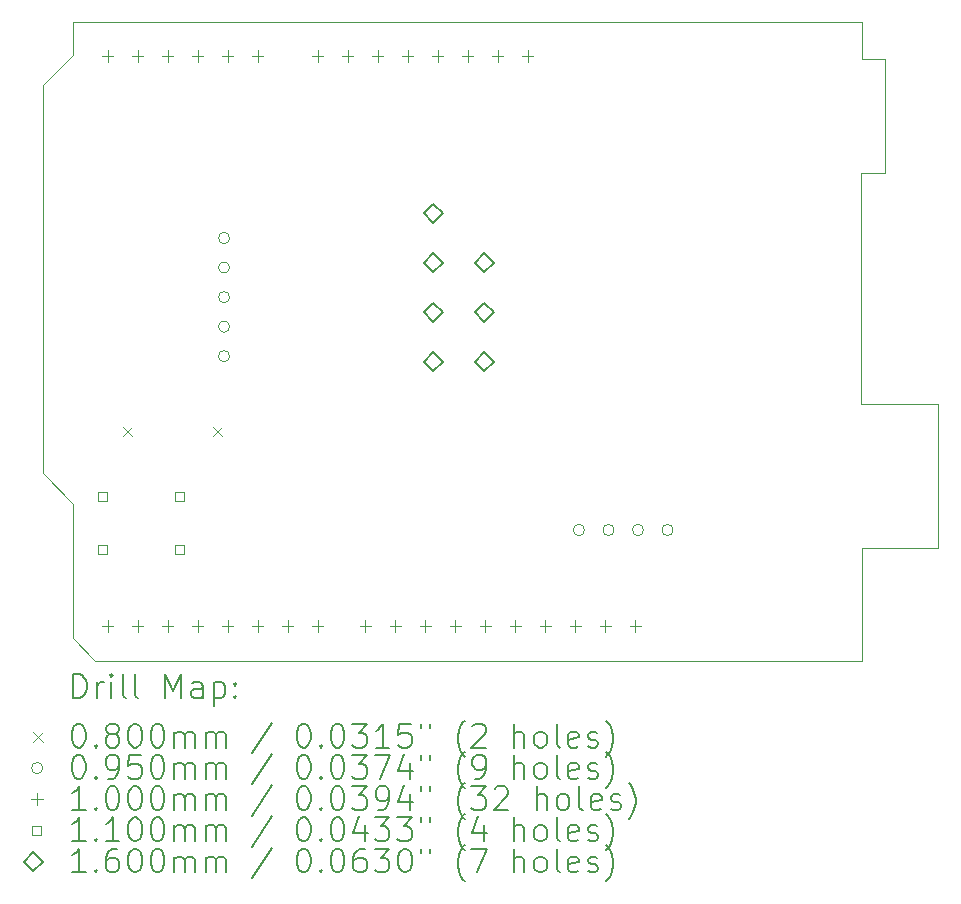
<source format=gbr>
%FSLAX45Y45*%
G04 Gerber Fmt 4.5, Leading zero omitted, Abs format (unit mm)*
G04 Created by KiCad (PCBNEW (6.0.6)) date 2022-11-26 18:27:29*
%MOMM*%
%LPD*%
G01*
G04 APERTURE LIST*
%TA.AperFunction,Profile*%
%ADD10C,0.100000*%
%TD*%
%ADD11C,0.200000*%
%ADD12C,0.080000*%
%ADD13C,0.095000*%
%ADD14C,0.100000*%
%ADD15C,0.110000*%
%ADD16C,0.160000*%
G04 APERTURE END LIST*
D10*
X12176760Y-6982460D02*
X12176760Y-7947660D01*
X12623800Y-11125200D02*
X11983720Y-11125200D01*
X11981180Y-6982460D02*
X12176760Y-6982460D01*
X11978640Y-7947660D02*
X11978640Y-9906000D01*
X11978640Y-9906000D02*
X12626340Y-9906000D01*
X5306060Y-6949440D02*
X5306060Y-6667500D01*
X12176760Y-7947660D02*
X11978640Y-7947660D01*
X5052060Y-7203440D02*
X5306060Y-6949440D01*
X5306060Y-10751820D02*
X5052060Y-10492740D01*
X5052060Y-10492740D02*
X5052060Y-7203440D01*
X11981180Y-6667500D02*
X11981180Y-6982460D01*
X5306060Y-11889740D02*
X5306060Y-10751820D01*
X5488940Y-12077700D02*
X5306060Y-11889740D01*
X11983720Y-12077700D02*
X5488940Y-12077700D01*
X5306060Y-6667500D02*
X11981180Y-6667500D01*
X12626340Y-9906000D02*
X12623800Y-11125200D01*
X11983720Y-11125200D02*
X11983720Y-12077700D01*
D11*
D12*
X5723260Y-10097140D02*
X5803260Y-10177140D01*
X5803260Y-10097140D02*
X5723260Y-10177140D01*
X6485260Y-10097140D02*
X6565260Y-10177140D01*
X6565260Y-10097140D02*
X6485260Y-10177140D01*
D13*
X6629480Y-8499220D02*
G75*
G03*
X6629480Y-8499220I-47500J0D01*
G01*
X6629480Y-8749220D02*
G75*
G03*
X6629480Y-8749220I-47500J0D01*
G01*
X6629480Y-8999220D02*
G75*
G03*
X6629480Y-8999220I-47500J0D01*
G01*
X6629480Y-9249220D02*
G75*
G03*
X6629480Y-9249220I-47500J0D01*
G01*
X6629480Y-9499220D02*
G75*
G03*
X6629480Y-9499220I-47500J0D01*
G01*
X9634380Y-10971100D02*
G75*
G03*
X9634380Y-10971100I-47500J0D01*
G01*
X9884380Y-10971100D02*
G75*
G03*
X9884380Y-10971100I-47500J0D01*
G01*
X10134380Y-10971100D02*
G75*
G03*
X10134380Y-10971100I-47500J0D01*
G01*
X10384380Y-10971100D02*
G75*
G03*
X10384380Y-10971100I-47500J0D01*
G01*
D14*
X5595620Y-6907060D02*
X5595620Y-7007060D01*
X5545620Y-6957060D02*
X5645620Y-6957060D01*
X5595620Y-11733060D02*
X5595620Y-11833060D01*
X5545620Y-11783060D02*
X5645620Y-11783060D01*
X5849620Y-6907060D02*
X5849620Y-7007060D01*
X5799620Y-6957060D02*
X5899620Y-6957060D01*
X5849620Y-11733060D02*
X5849620Y-11833060D01*
X5799620Y-11783060D02*
X5899620Y-11783060D01*
X6103620Y-6907060D02*
X6103620Y-7007060D01*
X6053620Y-6957060D02*
X6153620Y-6957060D01*
X6103620Y-11733060D02*
X6103620Y-11833060D01*
X6053620Y-11783060D02*
X6153620Y-11783060D01*
X6357620Y-6907060D02*
X6357620Y-7007060D01*
X6307620Y-6957060D02*
X6407620Y-6957060D01*
X6357620Y-11733060D02*
X6357620Y-11833060D01*
X6307620Y-11783060D02*
X6407620Y-11783060D01*
X6611620Y-6907060D02*
X6611620Y-7007060D01*
X6561620Y-6957060D02*
X6661620Y-6957060D01*
X6611620Y-11733060D02*
X6611620Y-11833060D01*
X6561620Y-11783060D02*
X6661620Y-11783060D01*
X6865620Y-6907060D02*
X6865620Y-7007060D01*
X6815620Y-6957060D02*
X6915620Y-6957060D01*
X6865620Y-11733060D02*
X6865620Y-11833060D01*
X6815620Y-11783060D02*
X6915620Y-11783060D01*
X7119620Y-11733060D02*
X7119620Y-11833060D01*
X7069620Y-11783060D02*
X7169620Y-11783060D01*
X7373620Y-6907060D02*
X7373620Y-7007060D01*
X7323620Y-6957060D02*
X7423620Y-6957060D01*
X7373620Y-11733060D02*
X7373620Y-11833060D01*
X7323620Y-11783060D02*
X7423620Y-11783060D01*
X7627620Y-6907060D02*
X7627620Y-7007060D01*
X7577620Y-6957060D02*
X7677620Y-6957060D01*
X7779620Y-11733060D02*
X7779620Y-11833060D01*
X7729620Y-11783060D02*
X7829620Y-11783060D01*
X7881620Y-6907060D02*
X7881620Y-7007060D01*
X7831620Y-6957060D02*
X7931620Y-6957060D01*
X8033620Y-11733060D02*
X8033620Y-11833060D01*
X7983620Y-11783060D02*
X8083620Y-11783060D01*
X8135620Y-6907060D02*
X8135620Y-7007060D01*
X8085620Y-6957060D02*
X8185620Y-6957060D01*
X8287620Y-11733060D02*
X8287620Y-11833060D01*
X8237620Y-11783060D02*
X8337620Y-11783060D01*
X8389620Y-6907060D02*
X8389620Y-7007060D01*
X8339620Y-6957060D02*
X8439620Y-6957060D01*
X8541620Y-11733060D02*
X8541620Y-11833060D01*
X8491620Y-11783060D02*
X8591620Y-11783060D01*
X8643620Y-6907060D02*
X8643620Y-7007060D01*
X8593620Y-6957060D02*
X8693620Y-6957060D01*
X8795620Y-11733060D02*
X8795620Y-11833060D01*
X8745620Y-11783060D02*
X8845620Y-11783060D01*
X8897620Y-6907060D02*
X8897620Y-7007060D01*
X8847620Y-6957060D02*
X8947620Y-6957060D01*
X9049620Y-11733060D02*
X9049620Y-11833060D01*
X8999620Y-11783060D02*
X9099620Y-11783060D01*
X9151620Y-6907060D02*
X9151620Y-7007060D01*
X9101620Y-6957060D02*
X9201620Y-6957060D01*
X9303620Y-11733060D02*
X9303620Y-11833060D01*
X9253620Y-11783060D02*
X9353620Y-11783060D01*
X9557620Y-11733060D02*
X9557620Y-11833060D01*
X9507620Y-11783060D02*
X9607620Y-11783060D01*
X9811620Y-11733060D02*
X9811620Y-11833060D01*
X9761620Y-11783060D02*
X9861620Y-11783060D01*
X10065620Y-11733060D02*
X10065620Y-11833060D01*
X10015620Y-11783060D02*
X10115620Y-11783060D01*
D15*
X5593991Y-10728271D02*
X5593991Y-10650489D01*
X5516209Y-10650489D01*
X5516209Y-10728271D01*
X5593991Y-10728271D01*
X5593991Y-11178271D02*
X5593991Y-11100489D01*
X5516209Y-11100489D01*
X5516209Y-11178271D01*
X5593991Y-11178271D01*
X6243991Y-10728271D02*
X6243991Y-10650489D01*
X6166209Y-10650489D01*
X6166209Y-10728271D01*
X6243991Y-10728271D01*
X6243991Y-11178271D02*
X6243991Y-11100489D01*
X6166209Y-11100489D01*
X6166209Y-11178271D01*
X6243991Y-11178271D01*
D16*
X8352330Y-8370100D02*
X8432330Y-8290100D01*
X8352330Y-8210100D01*
X8272330Y-8290100D01*
X8352330Y-8370100D01*
X8352330Y-8789200D02*
X8432330Y-8709200D01*
X8352330Y-8629200D01*
X8272330Y-8709200D01*
X8352330Y-8789200D01*
X8352330Y-9208300D02*
X8432330Y-9128300D01*
X8352330Y-9048300D01*
X8272330Y-9128300D01*
X8352330Y-9208300D01*
X8352330Y-9627400D02*
X8432330Y-9547400D01*
X8352330Y-9467400D01*
X8272330Y-9547400D01*
X8352330Y-9627400D01*
X8784130Y-8789160D02*
X8864130Y-8709160D01*
X8784130Y-8629160D01*
X8704130Y-8709160D01*
X8784130Y-8789160D01*
X8784130Y-9208260D02*
X8864130Y-9128260D01*
X8784130Y-9048260D01*
X8704130Y-9128260D01*
X8784130Y-9208260D01*
X8784130Y-9627360D02*
X8864130Y-9547360D01*
X8784130Y-9467360D01*
X8704130Y-9547360D01*
X8784130Y-9627360D01*
D11*
X5304679Y-12393176D02*
X5304679Y-12193176D01*
X5352298Y-12193176D01*
X5380870Y-12202700D01*
X5399917Y-12221748D01*
X5409441Y-12240795D01*
X5418965Y-12278890D01*
X5418965Y-12307462D01*
X5409441Y-12345557D01*
X5399917Y-12364605D01*
X5380870Y-12383652D01*
X5352298Y-12393176D01*
X5304679Y-12393176D01*
X5504679Y-12393176D02*
X5504679Y-12259843D01*
X5504679Y-12297938D02*
X5514203Y-12278890D01*
X5523727Y-12269367D01*
X5542774Y-12259843D01*
X5561822Y-12259843D01*
X5628488Y-12393176D02*
X5628488Y-12259843D01*
X5628488Y-12193176D02*
X5618965Y-12202700D01*
X5628488Y-12212224D01*
X5638012Y-12202700D01*
X5628488Y-12193176D01*
X5628488Y-12212224D01*
X5752298Y-12393176D02*
X5733250Y-12383652D01*
X5723727Y-12364605D01*
X5723727Y-12193176D01*
X5857060Y-12393176D02*
X5838012Y-12383652D01*
X5828488Y-12364605D01*
X5828488Y-12193176D01*
X6085631Y-12393176D02*
X6085631Y-12193176D01*
X6152298Y-12336033D01*
X6218965Y-12193176D01*
X6218965Y-12393176D01*
X6399917Y-12393176D02*
X6399917Y-12288414D01*
X6390393Y-12269367D01*
X6371346Y-12259843D01*
X6333250Y-12259843D01*
X6314203Y-12269367D01*
X6399917Y-12383652D02*
X6380869Y-12393176D01*
X6333250Y-12393176D01*
X6314203Y-12383652D01*
X6304679Y-12364605D01*
X6304679Y-12345557D01*
X6314203Y-12326509D01*
X6333250Y-12316986D01*
X6380869Y-12316986D01*
X6399917Y-12307462D01*
X6495155Y-12259843D02*
X6495155Y-12459843D01*
X6495155Y-12269367D02*
X6514203Y-12259843D01*
X6552298Y-12259843D01*
X6571346Y-12269367D01*
X6580869Y-12278890D01*
X6590393Y-12297938D01*
X6590393Y-12355081D01*
X6580869Y-12374128D01*
X6571346Y-12383652D01*
X6552298Y-12393176D01*
X6514203Y-12393176D01*
X6495155Y-12383652D01*
X6676108Y-12374128D02*
X6685631Y-12383652D01*
X6676108Y-12393176D01*
X6666584Y-12383652D01*
X6676108Y-12374128D01*
X6676108Y-12393176D01*
X6676108Y-12269367D02*
X6685631Y-12278890D01*
X6676108Y-12288414D01*
X6666584Y-12278890D01*
X6676108Y-12269367D01*
X6676108Y-12288414D01*
D12*
X4967060Y-12682700D02*
X5047060Y-12762700D01*
X5047060Y-12682700D02*
X4967060Y-12762700D01*
D11*
X5342774Y-12613176D02*
X5361822Y-12613176D01*
X5380870Y-12622700D01*
X5390393Y-12632224D01*
X5399917Y-12651271D01*
X5409441Y-12689367D01*
X5409441Y-12736986D01*
X5399917Y-12775081D01*
X5390393Y-12794128D01*
X5380870Y-12803652D01*
X5361822Y-12813176D01*
X5342774Y-12813176D01*
X5323727Y-12803652D01*
X5314203Y-12794128D01*
X5304679Y-12775081D01*
X5295155Y-12736986D01*
X5295155Y-12689367D01*
X5304679Y-12651271D01*
X5314203Y-12632224D01*
X5323727Y-12622700D01*
X5342774Y-12613176D01*
X5495155Y-12794128D02*
X5504679Y-12803652D01*
X5495155Y-12813176D01*
X5485631Y-12803652D01*
X5495155Y-12794128D01*
X5495155Y-12813176D01*
X5618965Y-12698890D02*
X5599917Y-12689367D01*
X5590393Y-12679843D01*
X5580870Y-12660795D01*
X5580870Y-12651271D01*
X5590393Y-12632224D01*
X5599917Y-12622700D01*
X5618965Y-12613176D01*
X5657060Y-12613176D01*
X5676108Y-12622700D01*
X5685631Y-12632224D01*
X5695155Y-12651271D01*
X5695155Y-12660795D01*
X5685631Y-12679843D01*
X5676108Y-12689367D01*
X5657060Y-12698890D01*
X5618965Y-12698890D01*
X5599917Y-12708414D01*
X5590393Y-12717938D01*
X5580870Y-12736986D01*
X5580870Y-12775081D01*
X5590393Y-12794128D01*
X5599917Y-12803652D01*
X5618965Y-12813176D01*
X5657060Y-12813176D01*
X5676108Y-12803652D01*
X5685631Y-12794128D01*
X5695155Y-12775081D01*
X5695155Y-12736986D01*
X5685631Y-12717938D01*
X5676108Y-12708414D01*
X5657060Y-12698890D01*
X5818965Y-12613176D02*
X5838012Y-12613176D01*
X5857060Y-12622700D01*
X5866584Y-12632224D01*
X5876108Y-12651271D01*
X5885631Y-12689367D01*
X5885631Y-12736986D01*
X5876108Y-12775081D01*
X5866584Y-12794128D01*
X5857060Y-12803652D01*
X5838012Y-12813176D01*
X5818965Y-12813176D01*
X5799917Y-12803652D01*
X5790393Y-12794128D01*
X5780869Y-12775081D01*
X5771346Y-12736986D01*
X5771346Y-12689367D01*
X5780869Y-12651271D01*
X5790393Y-12632224D01*
X5799917Y-12622700D01*
X5818965Y-12613176D01*
X6009441Y-12613176D02*
X6028488Y-12613176D01*
X6047536Y-12622700D01*
X6057060Y-12632224D01*
X6066584Y-12651271D01*
X6076108Y-12689367D01*
X6076108Y-12736986D01*
X6066584Y-12775081D01*
X6057060Y-12794128D01*
X6047536Y-12803652D01*
X6028488Y-12813176D01*
X6009441Y-12813176D01*
X5990393Y-12803652D01*
X5980869Y-12794128D01*
X5971346Y-12775081D01*
X5961822Y-12736986D01*
X5961822Y-12689367D01*
X5971346Y-12651271D01*
X5980869Y-12632224D01*
X5990393Y-12622700D01*
X6009441Y-12613176D01*
X6161822Y-12813176D02*
X6161822Y-12679843D01*
X6161822Y-12698890D02*
X6171346Y-12689367D01*
X6190393Y-12679843D01*
X6218965Y-12679843D01*
X6238012Y-12689367D01*
X6247536Y-12708414D01*
X6247536Y-12813176D01*
X6247536Y-12708414D02*
X6257060Y-12689367D01*
X6276108Y-12679843D01*
X6304679Y-12679843D01*
X6323727Y-12689367D01*
X6333250Y-12708414D01*
X6333250Y-12813176D01*
X6428488Y-12813176D02*
X6428488Y-12679843D01*
X6428488Y-12698890D02*
X6438012Y-12689367D01*
X6457060Y-12679843D01*
X6485631Y-12679843D01*
X6504679Y-12689367D01*
X6514203Y-12708414D01*
X6514203Y-12813176D01*
X6514203Y-12708414D02*
X6523727Y-12689367D01*
X6542774Y-12679843D01*
X6571346Y-12679843D01*
X6590393Y-12689367D01*
X6599917Y-12708414D01*
X6599917Y-12813176D01*
X6990393Y-12603652D02*
X6818965Y-12860795D01*
X7247536Y-12613176D02*
X7266584Y-12613176D01*
X7285631Y-12622700D01*
X7295155Y-12632224D01*
X7304679Y-12651271D01*
X7314203Y-12689367D01*
X7314203Y-12736986D01*
X7304679Y-12775081D01*
X7295155Y-12794128D01*
X7285631Y-12803652D01*
X7266584Y-12813176D01*
X7247536Y-12813176D01*
X7228488Y-12803652D01*
X7218965Y-12794128D01*
X7209441Y-12775081D01*
X7199917Y-12736986D01*
X7199917Y-12689367D01*
X7209441Y-12651271D01*
X7218965Y-12632224D01*
X7228488Y-12622700D01*
X7247536Y-12613176D01*
X7399917Y-12794128D02*
X7409441Y-12803652D01*
X7399917Y-12813176D01*
X7390393Y-12803652D01*
X7399917Y-12794128D01*
X7399917Y-12813176D01*
X7533250Y-12613176D02*
X7552298Y-12613176D01*
X7571346Y-12622700D01*
X7580869Y-12632224D01*
X7590393Y-12651271D01*
X7599917Y-12689367D01*
X7599917Y-12736986D01*
X7590393Y-12775081D01*
X7580869Y-12794128D01*
X7571346Y-12803652D01*
X7552298Y-12813176D01*
X7533250Y-12813176D01*
X7514203Y-12803652D01*
X7504679Y-12794128D01*
X7495155Y-12775081D01*
X7485631Y-12736986D01*
X7485631Y-12689367D01*
X7495155Y-12651271D01*
X7504679Y-12632224D01*
X7514203Y-12622700D01*
X7533250Y-12613176D01*
X7666584Y-12613176D02*
X7790393Y-12613176D01*
X7723727Y-12689367D01*
X7752298Y-12689367D01*
X7771346Y-12698890D01*
X7780869Y-12708414D01*
X7790393Y-12727462D01*
X7790393Y-12775081D01*
X7780869Y-12794128D01*
X7771346Y-12803652D01*
X7752298Y-12813176D01*
X7695155Y-12813176D01*
X7676108Y-12803652D01*
X7666584Y-12794128D01*
X7980869Y-12813176D02*
X7866584Y-12813176D01*
X7923727Y-12813176D02*
X7923727Y-12613176D01*
X7904679Y-12641748D01*
X7885631Y-12660795D01*
X7866584Y-12670319D01*
X8161822Y-12613176D02*
X8066584Y-12613176D01*
X8057060Y-12708414D01*
X8066584Y-12698890D01*
X8085631Y-12689367D01*
X8133250Y-12689367D01*
X8152298Y-12698890D01*
X8161822Y-12708414D01*
X8171346Y-12727462D01*
X8171346Y-12775081D01*
X8161822Y-12794128D01*
X8152298Y-12803652D01*
X8133250Y-12813176D01*
X8085631Y-12813176D01*
X8066584Y-12803652D01*
X8057060Y-12794128D01*
X8247536Y-12613176D02*
X8247536Y-12651271D01*
X8323727Y-12613176D02*
X8323727Y-12651271D01*
X8618965Y-12889367D02*
X8609441Y-12879843D01*
X8590393Y-12851271D01*
X8580870Y-12832224D01*
X8571346Y-12803652D01*
X8561822Y-12756033D01*
X8561822Y-12717938D01*
X8571346Y-12670319D01*
X8580870Y-12641748D01*
X8590393Y-12622700D01*
X8609441Y-12594128D01*
X8618965Y-12584605D01*
X8685631Y-12632224D02*
X8695155Y-12622700D01*
X8714203Y-12613176D01*
X8761822Y-12613176D01*
X8780870Y-12622700D01*
X8790393Y-12632224D01*
X8799917Y-12651271D01*
X8799917Y-12670319D01*
X8790393Y-12698890D01*
X8676108Y-12813176D01*
X8799917Y-12813176D01*
X9038012Y-12813176D02*
X9038012Y-12613176D01*
X9123727Y-12813176D02*
X9123727Y-12708414D01*
X9114203Y-12689367D01*
X9095155Y-12679843D01*
X9066584Y-12679843D01*
X9047536Y-12689367D01*
X9038012Y-12698890D01*
X9247536Y-12813176D02*
X9228489Y-12803652D01*
X9218965Y-12794128D01*
X9209441Y-12775081D01*
X9209441Y-12717938D01*
X9218965Y-12698890D01*
X9228489Y-12689367D01*
X9247536Y-12679843D01*
X9276108Y-12679843D01*
X9295155Y-12689367D01*
X9304679Y-12698890D01*
X9314203Y-12717938D01*
X9314203Y-12775081D01*
X9304679Y-12794128D01*
X9295155Y-12803652D01*
X9276108Y-12813176D01*
X9247536Y-12813176D01*
X9428489Y-12813176D02*
X9409441Y-12803652D01*
X9399917Y-12784605D01*
X9399917Y-12613176D01*
X9580870Y-12803652D02*
X9561822Y-12813176D01*
X9523727Y-12813176D01*
X9504679Y-12803652D01*
X9495155Y-12784605D01*
X9495155Y-12708414D01*
X9504679Y-12689367D01*
X9523727Y-12679843D01*
X9561822Y-12679843D01*
X9580870Y-12689367D01*
X9590393Y-12708414D01*
X9590393Y-12727462D01*
X9495155Y-12746509D01*
X9666584Y-12803652D02*
X9685631Y-12813176D01*
X9723727Y-12813176D01*
X9742774Y-12803652D01*
X9752298Y-12784605D01*
X9752298Y-12775081D01*
X9742774Y-12756033D01*
X9723727Y-12746509D01*
X9695155Y-12746509D01*
X9676108Y-12736986D01*
X9666584Y-12717938D01*
X9666584Y-12708414D01*
X9676108Y-12689367D01*
X9695155Y-12679843D01*
X9723727Y-12679843D01*
X9742774Y-12689367D01*
X9818965Y-12889367D02*
X9828489Y-12879843D01*
X9847536Y-12851271D01*
X9857060Y-12832224D01*
X9866584Y-12803652D01*
X9876108Y-12756033D01*
X9876108Y-12717938D01*
X9866584Y-12670319D01*
X9857060Y-12641748D01*
X9847536Y-12622700D01*
X9828489Y-12594128D01*
X9818965Y-12584605D01*
D13*
X5047060Y-12986700D02*
G75*
G03*
X5047060Y-12986700I-47500J0D01*
G01*
D11*
X5342774Y-12877176D02*
X5361822Y-12877176D01*
X5380870Y-12886700D01*
X5390393Y-12896224D01*
X5399917Y-12915271D01*
X5409441Y-12953367D01*
X5409441Y-13000986D01*
X5399917Y-13039081D01*
X5390393Y-13058128D01*
X5380870Y-13067652D01*
X5361822Y-13077176D01*
X5342774Y-13077176D01*
X5323727Y-13067652D01*
X5314203Y-13058128D01*
X5304679Y-13039081D01*
X5295155Y-13000986D01*
X5295155Y-12953367D01*
X5304679Y-12915271D01*
X5314203Y-12896224D01*
X5323727Y-12886700D01*
X5342774Y-12877176D01*
X5495155Y-13058128D02*
X5504679Y-13067652D01*
X5495155Y-13077176D01*
X5485631Y-13067652D01*
X5495155Y-13058128D01*
X5495155Y-13077176D01*
X5599917Y-13077176D02*
X5638012Y-13077176D01*
X5657060Y-13067652D01*
X5666584Y-13058128D01*
X5685631Y-13029557D01*
X5695155Y-12991462D01*
X5695155Y-12915271D01*
X5685631Y-12896224D01*
X5676108Y-12886700D01*
X5657060Y-12877176D01*
X5618965Y-12877176D01*
X5599917Y-12886700D01*
X5590393Y-12896224D01*
X5580870Y-12915271D01*
X5580870Y-12962890D01*
X5590393Y-12981938D01*
X5599917Y-12991462D01*
X5618965Y-13000986D01*
X5657060Y-13000986D01*
X5676108Y-12991462D01*
X5685631Y-12981938D01*
X5695155Y-12962890D01*
X5876108Y-12877176D02*
X5780869Y-12877176D01*
X5771346Y-12972414D01*
X5780869Y-12962890D01*
X5799917Y-12953367D01*
X5847536Y-12953367D01*
X5866584Y-12962890D01*
X5876108Y-12972414D01*
X5885631Y-12991462D01*
X5885631Y-13039081D01*
X5876108Y-13058128D01*
X5866584Y-13067652D01*
X5847536Y-13077176D01*
X5799917Y-13077176D01*
X5780869Y-13067652D01*
X5771346Y-13058128D01*
X6009441Y-12877176D02*
X6028488Y-12877176D01*
X6047536Y-12886700D01*
X6057060Y-12896224D01*
X6066584Y-12915271D01*
X6076108Y-12953367D01*
X6076108Y-13000986D01*
X6066584Y-13039081D01*
X6057060Y-13058128D01*
X6047536Y-13067652D01*
X6028488Y-13077176D01*
X6009441Y-13077176D01*
X5990393Y-13067652D01*
X5980869Y-13058128D01*
X5971346Y-13039081D01*
X5961822Y-13000986D01*
X5961822Y-12953367D01*
X5971346Y-12915271D01*
X5980869Y-12896224D01*
X5990393Y-12886700D01*
X6009441Y-12877176D01*
X6161822Y-13077176D02*
X6161822Y-12943843D01*
X6161822Y-12962890D02*
X6171346Y-12953367D01*
X6190393Y-12943843D01*
X6218965Y-12943843D01*
X6238012Y-12953367D01*
X6247536Y-12972414D01*
X6247536Y-13077176D01*
X6247536Y-12972414D02*
X6257060Y-12953367D01*
X6276108Y-12943843D01*
X6304679Y-12943843D01*
X6323727Y-12953367D01*
X6333250Y-12972414D01*
X6333250Y-13077176D01*
X6428488Y-13077176D02*
X6428488Y-12943843D01*
X6428488Y-12962890D02*
X6438012Y-12953367D01*
X6457060Y-12943843D01*
X6485631Y-12943843D01*
X6504679Y-12953367D01*
X6514203Y-12972414D01*
X6514203Y-13077176D01*
X6514203Y-12972414D02*
X6523727Y-12953367D01*
X6542774Y-12943843D01*
X6571346Y-12943843D01*
X6590393Y-12953367D01*
X6599917Y-12972414D01*
X6599917Y-13077176D01*
X6990393Y-12867652D02*
X6818965Y-13124795D01*
X7247536Y-12877176D02*
X7266584Y-12877176D01*
X7285631Y-12886700D01*
X7295155Y-12896224D01*
X7304679Y-12915271D01*
X7314203Y-12953367D01*
X7314203Y-13000986D01*
X7304679Y-13039081D01*
X7295155Y-13058128D01*
X7285631Y-13067652D01*
X7266584Y-13077176D01*
X7247536Y-13077176D01*
X7228488Y-13067652D01*
X7218965Y-13058128D01*
X7209441Y-13039081D01*
X7199917Y-13000986D01*
X7199917Y-12953367D01*
X7209441Y-12915271D01*
X7218965Y-12896224D01*
X7228488Y-12886700D01*
X7247536Y-12877176D01*
X7399917Y-13058128D02*
X7409441Y-13067652D01*
X7399917Y-13077176D01*
X7390393Y-13067652D01*
X7399917Y-13058128D01*
X7399917Y-13077176D01*
X7533250Y-12877176D02*
X7552298Y-12877176D01*
X7571346Y-12886700D01*
X7580869Y-12896224D01*
X7590393Y-12915271D01*
X7599917Y-12953367D01*
X7599917Y-13000986D01*
X7590393Y-13039081D01*
X7580869Y-13058128D01*
X7571346Y-13067652D01*
X7552298Y-13077176D01*
X7533250Y-13077176D01*
X7514203Y-13067652D01*
X7504679Y-13058128D01*
X7495155Y-13039081D01*
X7485631Y-13000986D01*
X7485631Y-12953367D01*
X7495155Y-12915271D01*
X7504679Y-12896224D01*
X7514203Y-12886700D01*
X7533250Y-12877176D01*
X7666584Y-12877176D02*
X7790393Y-12877176D01*
X7723727Y-12953367D01*
X7752298Y-12953367D01*
X7771346Y-12962890D01*
X7780869Y-12972414D01*
X7790393Y-12991462D01*
X7790393Y-13039081D01*
X7780869Y-13058128D01*
X7771346Y-13067652D01*
X7752298Y-13077176D01*
X7695155Y-13077176D01*
X7676108Y-13067652D01*
X7666584Y-13058128D01*
X7857060Y-12877176D02*
X7990393Y-12877176D01*
X7904679Y-13077176D01*
X8152298Y-12943843D02*
X8152298Y-13077176D01*
X8104679Y-12867652D02*
X8057060Y-13010509D01*
X8180869Y-13010509D01*
X8247536Y-12877176D02*
X8247536Y-12915271D01*
X8323727Y-12877176D02*
X8323727Y-12915271D01*
X8618965Y-13153367D02*
X8609441Y-13143843D01*
X8590393Y-13115271D01*
X8580870Y-13096224D01*
X8571346Y-13067652D01*
X8561822Y-13020033D01*
X8561822Y-12981938D01*
X8571346Y-12934319D01*
X8580870Y-12905748D01*
X8590393Y-12886700D01*
X8609441Y-12858128D01*
X8618965Y-12848605D01*
X8704679Y-13077176D02*
X8742774Y-13077176D01*
X8761822Y-13067652D01*
X8771346Y-13058128D01*
X8790393Y-13029557D01*
X8799917Y-12991462D01*
X8799917Y-12915271D01*
X8790393Y-12896224D01*
X8780870Y-12886700D01*
X8761822Y-12877176D01*
X8723727Y-12877176D01*
X8704679Y-12886700D01*
X8695155Y-12896224D01*
X8685631Y-12915271D01*
X8685631Y-12962890D01*
X8695155Y-12981938D01*
X8704679Y-12991462D01*
X8723727Y-13000986D01*
X8761822Y-13000986D01*
X8780870Y-12991462D01*
X8790393Y-12981938D01*
X8799917Y-12962890D01*
X9038012Y-13077176D02*
X9038012Y-12877176D01*
X9123727Y-13077176D02*
X9123727Y-12972414D01*
X9114203Y-12953367D01*
X9095155Y-12943843D01*
X9066584Y-12943843D01*
X9047536Y-12953367D01*
X9038012Y-12962890D01*
X9247536Y-13077176D02*
X9228489Y-13067652D01*
X9218965Y-13058128D01*
X9209441Y-13039081D01*
X9209441Y-12981938D01*
X9218965Y-12962890D01*
X9228489Y-12953367D01*
X9247536Y-12943843D01*
X9276108Y-12943843D01*
X9295155Y-12953367D01*
X9304679Y-12962890D01*
X9314203Y-12981938D01*
X9314203Y-13039081D01*
X9304679Y-13058128D01*
X9295155Y-13067652D01*
X9276108Y-13077176D01*
X9247536Y-13077176D01*
X9428489Y-13077176D02*
X9409441Y-13067652D01*
X9399917Y-13048605D01*
X9399917Y-12877176D01*
X9580870Y-13067652D02*
X9561822Y-13077176D01*
X9523727Y-13077176D01*
X9504679Y-13067652D01*
X9495155Y-13048605D01*
X9495155Y-12972414D01*
X9504679Y-12953367D01*
X9523727Y-12943843D01*
X9561822Y-12943843D01*
X9580870Y-12953367D01*
X9590393Y-12972414D01*
X9590393Y-12991462D01*
X9495155Y-13010509D01*
X9666584Y-13067652D02*
X9685631Y-13077176D01*
X9723727Y-13077176D01*
X9742774Y-13067652D01*
X9752298Y-13048605D01*
X9752298Y-13039081D01*
X9742774Y-13020033D01*
X9723727Y-13010509D01*
X9695155Y-13010509D01*
X9676108Y-13000986D01*
X9666584Y-12981938D01*
X9666584Y-12972414D01*
X9676108Y-12953367D01*
X9695155Y-12943843D01*
X9723727Y-12943843D01*
X9742774Y-12953367D01*
X9818965Y-13153367D02*
X9828489Y-13143843D01*
X9847536Y-13115271D01*
X9857060Y-13096224D01*
X9866584Y-13067652D01*
X9876108Y-13020033D01*
X9876108Y-12981938D01*
X9866584Y-12934319D01*
X9857060Y-12905748D01*
X9847536Y-12886700D01*
X9828489Y-12858128D01*
X9818965Y-12848605D01*
D14*
X4997060Y-13200700D02*
X4997060Y-13300700D01*
X4947060Y-13250700D02*
X5047060Y-13250700D01*
D11*
X5409441Y-13341176D02*
X5295155Y-13341176D01*
X5352298Y-13341176D02*
X5352298Y-13141176D01*
X5333250Y-13169748D01*
X5314203Y-13188795D01*
X5295155Y-13198319D01*
X5495155Y-13322128D02*
X5504679Y-13331652D01*
X5495155Y-13341176D01*
X5485631Y-13331652D01*
X5495155Y-13322128D01*
X5495155Y-13341176D01*
X5628488Y-13141176D02*
X5647536Y-13141176D01*
X5666584Y-13150700D01*
X5676108Y-13160224D01*
X5685631Y-13179271D01*
X5695155Y-13217367D01*
X5695155Y-13264986D01*
X5685631Y-13303081D01*
X5676108Y-13322128D01*
X5666584Y-13331652D01*
X5647536Y-13341176D01*
X5628488Y-13341176D01*
X5609441Y-13331652D01*
X5599917Y-13322128D01*
X5590393Y-13303081D01*
X5580870Y-13264986D01*
X5580870Y-13217367D01*
X5590393Y-13179271D01*
X5599917Y-13160224D01*
X5609441Y-13150700D01*
X5628488Y-13141176D01*
X5818965Y-13141176D02*
X5838012Y-13141176D01*
X5857060Y-13150700D01*
X5866584Y-13160224D01*
X5876108Y-13179271D01*
X5885631Y-13217367D01*
X5885631Y-13264986D01*
X5876108Y-13303081D01*
X5866584Y-13322128D01*
X5857060Y-13331652D01*
X5838012Y-13341176D01*
X5818965Y-13341176D01*
X5799917Y-13331652D01*
X5790393Y-13322128D01*
X5780869Y-13303081D01*
X5771346Y-13264986D01*
X5771346Y-13217367D01*
X5780869Y-13179271D01*
X5790393Y-13160224D01*
X5799917Y-13150700D01*
X5818965Y-13141176D01*
X6009441Y-13141176D02*
X6028488Y-13141176D01*
X6047536Y-13150700D01*
X6057060Y-13160224D01*
X6066584Y-13179271D01*
X6076108Y-13217367D01*
X6076108Y-13264986D01*
X6066584Y-13303081D01*
X6057060Y-13322128D01*
X6047536Y-13331652D01*
X6028488Y-13341176D01*
X6009441Y-13341176D01*
X5990393Y-13331652D01*
X5980869Y-13322128D01*
X5971346Y-13303081D01*
X5961822Y-13264986D01*
X5961822Y-13217367D01*
X5971346Y-13179271D01*
X5980869Y-13160224D01*
X5990393Y-13150700D01*
X6009441Y-13141176D01*
X6161822Y-13341176D02*
X6161822Y-13207843D01*
X6161822Y-13226890D02*
X6171346Y-13217367D01*
X6190393Y-13207843D01*
X6218965Y-13207843D01*
X6238012Y-13217367D01*
X6247536Y-13236414D01*
X6247536Y-13341176D01*
X6247536Y-13236414D02*
X6257060Y-13217367D01*
X6276108Y-13207843D01*
X6304679Y-13207843D01*
X6323727Y-13217367D01*
X6333250Y-13236414D01*
X6333250Y-13341176D01*
X6428488Y-13341176D02*
X6428488Y-13207843D01*
X6428488Y-13226890D02*
X6438012Y-13217367D01*
X6457060Y-13207843D01*
X6485631Y-13207843D01*
X6504679Y-13217367D01*
X6514203Y-13236414D01*
X6514203Y-13341176D01*
X6514203Y-13236414D02*
X6523727Y-13217367D01*
X6542774Y-13207843D01*
X6571346Y-13207843D01*
X6590393Y-13217367D01*
X6599917Y-13236414D01*
X6599917Y-13341176D01*
X6990393Y-13131652D02*
X6818965Y-13388795D01*
X7247536Y-13141176D02*
X7266584Y-13141176D01*
X7285631Y-13150700D01*
X7295155Y-13160224D01*
X7304679Y-13179271D01*
X7314203Y-13217367D01*
X7314203Y-13264986D01*
X7304679Y-13303081D01*
X7295155Y-13322128D01*
X7285631Y-13331652D01*
X7266584Y-13341176D01*
X7247536Y-13341176D01*
X7228488Y-13331652D01*
X7218965Y-13322128D01*
X7209441Y-13303081D01*
X7199917Y-13264986D01*
X7199917Y-13217367D01*
X7209441Y-13179271D01*
X7218965Y-13160224D01*
X7228488Y-13150700D01*
X7247536Y-13141176D01*
X7399917Y-13322128D02*
X7409441Y-13331652D01*
X7399917Y-13341176D01*
X7390393Y-13331652D01*
X7399917Y-13322128D01*
X7399917Y-13341176D01*
X7533250Y-13141176D02*
X7552298Y-13141176D01*
X7571346Y-13150700D01*
X7580869Y-13160224D01*
X7590393Y-13179271D01*
X7599917Y-13217367D01*
X7599917Y-13264986D01*
X7590393Y-13303081D01*
X7580869Y-13322128D01*
X7571346Y-13331652D01*
X7552298Y-13341176D01*
X7533250Y-13341176D01*
X7514203Y-13331652D01*
X7504679Y-13322128D01*
X7495155Y-13303081D01*
X7485631Y-13264986D01*
X7485631Y-13217367D01*
X7495155Y-13179271D01*
X7504679Y-13160224D01*
X7514203Y-13150700D01*
X7533250Y-13141176D01*
X7666584Y-13141176D02*
X7790393Y-13141176D01*
X7723727Y-13217367D01*
X7752298Y-13217367D01*
X7771346Y-13226890D01*
X7780869Y-13236414D01*
X7790393Y-13255462D01*
X7790393Y-13303081D01*
X7780869Y-13322128D01*
X7771346Y-13331652D01*
X7752298Y-13341176D01*
X7695155Y-13341176D01*
X7676108Y-13331652D01*
X7666584Y-13322128D01*
X7885631Y-13341176D02*
X7923727Y-13341176D01*
X7942774Y-13331652D01*
X7952298Y-13322128D01*
X7971346Y-13293557D01*
X7980869Y-13255462D01*
X7980869Y-13179271D01*
X7971346Y-13160224D01*
X7961822Y-13150700D01*
X7942774Y-13141176D01*
X7904679Y-13141176D01*
X7885631Y-13150700D01*
X7876108Y-13160224D01*
X7866584Y-13179271D01*
X7866584Y-13226890D01*
X7876108Y-13245938D01*
X7885631Y-13255462D01*
X7904679Y-13264986D01*
X7942774Y-13264986D01*
X7961822Y-13255462D01*
X7971346Y-13245938D01*
X7980869Y-13226890D01*
X8152298Y-13207843D02*
X8152298Y-13341176D01*
X8104679Y-13131652D02*
X8057060Y-13274509D01*
X8180869Y-13274509D01*
X8247536Y-13141176D02*
X8247536Y-13179271D01*
X8323727Y-13141176D02*
X8323727Y-13179271D01*
X8618965Y-13417367D02*
X8609441Y-13407843D01*
X8590393Y-13379271D01*
X8580870Y-13360224D01*
X8571346Y-13331652D01*
X8561822Y-13284033D01*
X8561822Y-13245938D01*
X8571346Y-13198319D01*
X8580870Y-13169748D01*
X8590393Y-13150700D01*
X8609441Y-13122128D01*
X8618965Y-13112605D01*
X8676108Y-13141176D02*
X8799917Y-13141176D01*
X8733250Y-13217367D01*
X8761822Y-13217367D01*
X8780870Y-13226890D01*
X8790393Y-13236414D01*
X8799917Y-13255462D01*
X8799917Y-13303081D01*
X8790393Y-13322128D01*
X8780870Y-13331652D01*
X8761822Y-13341176D01*
X8704679Y-13341176D01*
X8685631Y-13331652D01*
X8676108Y-13322128D01*
X8876108Y-13160224D02*
X8885631Y-13150700D01*
X8904679Y-13141176D01*
X8952298Y-13141176D01*
X8971346Y-13150700D01*
X8980870Y-13160224D01*
X8990393Y-13179271D01*
X8990393Y-13198319D01*
X8980870Y-13226890D01*
X8866584Y-13341176D01*
X8990393Y-13341176D01*
X9228489Y-13341176D02*
X9228489Y-13141176D01*
X9314203Y-13341176D02*
X9314203Y-13236414D01*
X9304679Y-13217367D01*
X9285631Y-13207843D01*
X9257060Y-13207843D01*
X9238012Y-13217367D01*
X9228489Y-13226890D01*
X9438012Y-13341176D02*
X9418965Y-13331652D01*
X9409441Y-13322128D01*
X9399917Y-13303081D01*
X9399917Y-13245938D01*
X9409441Y-13226890D01*
X9418965Y-13217367D01*
X9438012Y-13207843D01*
X9466584Y-13207843D01*
X9485631Y-13217367D01*
X9495155Y-13226890D01*
X9504679Y-13245938D01*
X9504679Y-13303081D01*
X9495155Y-13322128D01*
X9485631Y-13331652D01*
X9466584Y-13341176D01*
X9438012Y-13341176D01*
X9618965Y-13341176D02*
X9599917Y-13331652D01*
X9590393Y-13312605D01*
X9590393Y-13141176D01*
X9771346Y-13331652D02*
X9752298Y-13341176D01*
X9714203Y-13341176D01*
X9695155Y-13331652D01*
X9685631Y-13312605D01*
X9685631Y-13236414D01*
X9695155Y-13217367D01*
X9714203Y-13207843D01*
X9752298Y-13207843D01*
X9771346Y-13217367D01*
X9780870Y-13236414D01*
X9780870Y-13255462D01*
X9685631Y-13274509D01*
X9857060Y-13331652D02*
X9876108Y-13341176D01*
X9914203Y-13341176D01*
X9933250Y-13331652D01*
X9942774Y-13312605D01*
X9942774Y-13303081D01*
X9933250Y-13284033D01*
X9914203Y-13274509D01*
X9885631Y-13274509D01*
X9866584Y-13264986D01*
X9857060Y-13245938D01*
X9857060Y-13236414D01*
X9866584Y-13217367D01*
X9885631Y-13207843D01*
X9914203Y-13207843D01*
X9933250Y-13217367D01*
X10009441Y-13417367D02*
X10018965Y-13407843D01*
X10038012Y-13379271D01*
X10047536Y-13360224D01*
X10057060Y-13331652D01*
X10066584Y-13284033D01*
X10066584Y-13245938D01*
X10057060Y-13198319D01*
X10047536Y-13169748D01*
X10038012Y-13150700D01*
X10018965Y-13122128D01*
X10009441Y-13112605D01*
D15*
X5030951Y-13553591D02*
X5030951Y-13475809D01*
X4953169Y-13475809D01*
X4953169Y-13553591D01*
X5030951Y-13553591D01*
D11*
X5409441Y-13605176D02*
X5295155Y-13605176D01*
X5352298Y-13605176D02*
X5352298Y-13405176D01*
X5333250Y-13433748D01*
X5314203Y-13452795D01*
X5295155Y-13462319D01*
X5495155Y-13586128D02*
X5504679Y-13595652D01*
X5495155Y-13605176D01*
X5485631Y-13595652D01*
X5495155Y-13586128D01*
X5495155Y-13605176D01*
X5695155Y-13605176D02*
X5580870Y-13605176D01*
X5638012Y-13605176D02*
X5638012Y-13405176D01*
X5618965Y-13433748D01*
X5599917Y-13452795D01*
X5580870Y-13462319D01*
X5818965Y-13405176D02*
X5838012Y-13405176D01*
X5857060Y-13414700D01*
X5866584Y-13424224D01*
X5876108Y-13443271D01*
X5885631Y-13481367D01*
X5885631Y-13528986D01*
X5876108Y-13567081D01*
X5866584Y-13586128D01*
X5857060Y-13595652D01*
X5838012Y-13605176D01*
X5818965Y-13605176D01*
X5799917Y-13595652D01*
X5790393Y-13586128D01*
X5780869Y-13567081D01*
X5771346Y-13528986D01*
X5771346Y-13481367D01*
X5780869Y-13443271D01*
X5790393Y-13424224D01*
X5799917Y-13414700D01*
X5818965Y-13405176D01*
X6009441Y-13405176D02*
X6028488Y-13405176D01*
X6047536Y-13414700D01*
X6057060Y-13424224D01*
X6066584Y-13443271D01*
X6076108Y-13481367D01*
X6076108Y-13528986D01*
X6066584Y-13567081D01*
X6057060Y-13586128D01*
X6047536Y-13595652D01*
X6028488Y-13605176D01*
X6009441Y-13605176D01*
X5990393Y-13595652D01*
X5980869Y-13586128D01*
X5971346Y-13567081D01*
X5961822Y-13528986D01*
X5961822Y-13481367D01*
X5971346Y-13443271D01*
X5980869Y-13424224D01*
X5990393Y-13414700D01*
X6009441Y-13405176D01*
X6161822Y-13605176D02*
X6161822Y-13471843D01*
X6161822Y-13490890D02*
X6171346Y-13481367D01*
X6190393Y-13471843D01*
X6218965Y-13471843D01*
X6238012Y-13481367D01*
X6247536Y-13500414D01*
X6247536Y-13605176D01*
X6247536Y-13500414D02*
X6257060Y-13481367D01*
X6276108Y-13471843D01*
X6304679Y-13471843D01*
X6323727Y-13481367D01*
X6333250Y-13500414D01*
X6333250Y-13605176D01*
X6428488Y-13605176D02*
X6428488Y-13471843D01*
X6428488Y-13490890D02*
X6438012Y-13481367D01*
X6457060Y-13471843D01*
X6485631Y-13471843D01*
X6504679Y-13481367D01*
X6514203Y-13500414D01*
X6514203Y-13605176D01*
X6514203Y-13500414D02*
X6523727Y-13481367D01*
X6542774Y-13471843D01*
X6571346Y-13471843D01*
X6590393Y-13481367D01*
X6599917Y-13500414D01*
X6599917Y-13605176D01*
X6990393Y-13395652D02*
X6818965Y-13652795D01*
X7247536Y-13405176D02*
X7266584Y-13405176D01*
X7285631Y-13414700D01*
X7295155Y-13424224D01*
X7304679Y-13443271D01*
X7314203Y-13481367D01*
X7314203Y-13528986D01*
X7304679Y-13567081D01*
X7295155Y-13586128D01*
X7285631Y-13595652D01*
X7266584Y-13605176D01*
X7247536Y-13605176D01*
X7228488Y-13595652D01*
X7218965Y-13586128D01*
X7209441Y-13567081D01*
X7199917Y-13528986D01*
X7199917Y-13481367D01*
X7209441Y-13443271D01*
X7218965Y-13424224D01*
X7228488Y-13414700D01*
X7247536Y-13405176D01*
X7399917Y-13586128D02*
X7409441Y-13595652D01*
X7399917Y-13605176D01*
X7390393Y-13595652D01*
X7399917Y-13586128D01*
X7399917Y-13605176D01*
X7533250Y-13405176D02*
X7552298Y-13405176D01*
X7571346Y-13414700D01*
X7580869Y-13424224D01*
X7590393Y-13443271D01*
X7599917Y-13481367D01*
X7599917Y-13528986D01*
X7590393Y-13567081D01*
X7580869Y-13586128D01*
X7571346Y-13595652D01*
X7552298Y-13605176D01*
X7533250Y-13605176D01*
X7514203Y-13595652D01*
X7504679Y-13586128D01*
X7495155Y-13567081D01*
X7485631Y-13528986D01*
X7485631Y-13481367D01*
X7495155Y-13443271D01*
X7504679Y-13424224D01*
X7514203Y-13414700D01*
X7533250Y-13405176D01*
X7771346Y-13471843D02*
X7771346Y-13605176D01*
X7723727Y-13395652D02*
X7676108Y-13538509D01*
X7799917Y-13538509D01*
X7857060Y-13405176D02*
X7980869Y-13405176D01*
X7914203Y-13481367D01*
X7942774Y-13481367D01*
X7961822Y-13490890D01*
X7971346Y-13500414D01*
X7980869Y-13519462D01*
X7980869Y-13567081D01*
X7971346Y-13586128D01*
X7961822Y-13595652D01*
X7942774Y-13605176D01*
X7885631Y-13605176D01*
X7866584Y-13595652D01*
X7857060Y-13586128D01*
X8047536Y-13405176D02*
X8171346Y-13405176D01*
X8104679Y-13481367D01*
X8133250Y-13481367D01*
X8152298Y-13490890D01*
X8161822Y-13500414D01*
X8171346Y-13519462D01*
X8171346Y-13567081D01*
X8161822Y-13586128D01*
X8152298Y-13595652D01*
X8133250Y-13605176D01*
X8076108Y-13605176D01*
X8057060Y-13595652D01*
X8047536Y-13586128D01*
X8247536Y-13405176D02*
X8247536Y-13443271D01*
X8323727Y-13405176D02*
X8323727Y-13443271D01*
X8618965Y-13681367D02*
X8609441Y-13671843D01*
X8590393Y-13643271D01*
X8580870Y-13624224D01*
X8571346Y-13595652D01*
X8561822Y-13548033D01*
X8561822Y-13509938D01*
X8571346Y-13462319D01*
X8580870Y-13433748D01*
X8590393Y-13414700D01*
X8609441Y-13386128D01*
X8618965Y-13376605D01*
X8780870Y-13471843D02*
X8780870Y-13605176D01*
X8733250Y-13395652D02*
X8685631Y-13538509D01*
X8809441Y-13538509D01*
X9038012Y-13605176D02*
X9038012Y-13405176D01*
X9123727Y-13605176D02*
X9123727Y-13500414D01*
X9114203Y-13481367D01*
X9095155Y-13471843D01*
X9066584Y-13471843D01*
X9047536Y-13481367D01*
X9038012Y-13490890D01*
X9247536Y-13605176D02*
X9228489Y-13595652D01*
X9218965Y-13586128D01*
X9209441Y-13567081D01*
X9209441Y-13509938D01*
X9218965Y-13490890D01*
X9228489Y-13481367D01*
X9247536Y-13471843D01*
X9276108Y-13471843D01*
X9295155Y-13481367D01*
X9304679Y-13490890D01*
X9314203Y-13509938D01*
X9314203Y-13567081D01*
X9304679Y-13586128D01*
X9295155Y-13595652D01*
X9276108Y-13605176D01*
X9247536Y-13605176D01*
X9428489Y-13605176D02*
X9409441Y-13595652D01*
X9399917Y-13576605D01*
X9399917Y-13405176D01*
X9580870Y-13595652D02*
X9561822Y-13605176D01*
X9523727Y-13605176D01*
X9504679Y-13595652D01*
X9495155Y-13576605D01*
X9495155Y-13500414D01*
X9504679Y-13481367D01*
X9523727Y-13471843D01*
X9561822Y-13471843D01*
X9580870Y-13481367D01*
X9590393Y-13500414D01*
X9590393Y-13519462D01*
X9495155Y-13538509D01*
X9666584Y-13595652D02*
X9685631Y-13605176D01*
X9723727Y-13605176D01*
X9742774Y-13595652D01*
X9752298Y-13576605D01*
X9752298Y-13567081D01*
X9742774Y-13548033D01*
X9723727Y-13538509D01*
X9695155Y-13538509D01*
X9676108Y-13528986D01*
X9666584Y-13509938D01*
X9666584Y-13500414D01*
X9676108Y-13481367D01*
X9695155Y-13471843D01*
X9723727Y-13471843D01*
X9742774Y-13481367D01*
X9818965Y-13681367D02*
X9828489Y-13671843D01*
X9847536Y-13643271D01*
X9857060Y-13624224D01*
X9866584Y-13595652D01*
X9876108Y-13548033D01*
X9876108Y-13509938D01*
X9866584Y-13462319D01*
X9857060Y-13433748D01*
X9847536Y-13414700D01*
X9828489Y-13386128D01*
X9818965Y-13376605D01*
D16*
X4967060Y-13858700D02*
X5047060Y-13778700D01*
X4967060Y-13698700D01*
X4887060Y-13778700D01*
X4967060Y-13858700D01*
D11*
X5409441Y-13869176D02*
X5295155Y-13869176D01*
X5352298Y-13869176D02*
X5352298Y-13669176D01*
X5333250Y-13697748D01*
X5314203Y-13716795D01*
X5295155Y-13726319D01*
X5495155Y-13850128D02*
X5504679Y-13859652D01*
X5495155Y-13869176D01*
X5485631Y-13859652D01*
X5495155Y-13850128D01*
X5495155Y-13869176D01*
X5676108Y-13669176D02*
X5638012Y-13669176D01*
X5618965Y-13678700D01*
X5609441Y-13688224D01*
X5590393Y-13716795D01*
X5580870Y-13754890D01*
X5580870Y-13831081D01*
X5590393Y-13850128D01*
X5599917Y-13859652D01*
X5618965Y-13869176D01*
X5657060Y-13869176D01*
X5676108Y-13859652D01*
X5685631Y-13850128D01*
X5695155Y-13831081D01*
X5695155Y-13783462D01*
X5685631Y-13764414D01*
X5676108Y-13754890D01*
X5657060Y-13745367D01*
X5618965Y-13745367D01*
X5599917Y-13754890D01*
X5590393Y-13764414D01*
X5580870Y-13783462D01*
X5818965Y-13669176D02*
X5838012Y-13669176D01*
X5857060Y-13678700D01*
X5866584Y-13688224D01*
X5876108Y-13707271D01*
X5885631Y-13745367D01*
X5885631Y-13792986D01*
X5876108Y-13831081D01*
X5866584Y-13850128D01*
X5857060Y-13859652D01*
X5838012Y-13869176D01*
X5818965Y-13869176D01*
X5799917Y-13859652D01*
X5790393Y-13850128D01*
X5780869Y-13831081D01*
X5771346Y-13792986D01*
X5771346Y-13745367D01*
X5780869Y-13707271D01*
X5790393Y-13688224D01*
X5799917Y-13678700D01*
X5818965Y-13669176D01*
X6009441Y-13669176D02*
X6028488Y-13669176D01*
X6047536Y-13678700D01*
X6057060Y-13688224D01*
X6066584Y-13707271D01*
X6076108Y-13745367D01*
X6076108Y-13792986D01*
X6066584Y-13831081D01*
X6057060Y-13850128D01*
X6047536Y-13859652D01*
X6028488Y-13869176D01*
X6009441Y-13869176D01*
X5990393Y-13859652D01*
X5980869Y-13850128D01*
X5971346Y-13831081D01*
X5961822Y-13792986D01*
X5961822Y-13745367D01*
X5971346Y-13707271D01*
X5980869Y-13688224D01*
X5990393Y-13678700D01*
X6009441Y-13669176D01*
X6161822Y-13869176D02*
X6161822Y-13735843D01*
X6161822Y-13754890D02*
X6171346Y-13745367D01*
X6190393Y-13735843D01*
X6218965Y-13735843D01*
X6238012Y-13745367D01*
X6247536Y-13764414D01*
X6247536Y-13869176D01*
X6247536Y-13764414D02*
X6257060Y-13745367D01*
X6276108Y-13735843D01*
X6304679Y-13735843D01*
X6323727Y-13745367D01*
X6333250Y-13764414D01*
X6333250Y-13869176D01*
X6428488Y-13869176D02*
X6428488Y-13735843D01*
X6428488Y-13754890D02*
X6438012Y-13745367D01*
X6457060Y-13735843D01*
X6485631Y-13735843D01*
X6504679Y-13745367D01*
X6514203Y-13764414D01*
X6514203Y-13869176D01*
X6514203Y-13764414D02*
X6523727Y-13745367D01*
X6542774Y-13735843D01*
X6571346Y-13735843D01*
X6590393Y-13745367D01*
X6599917Y-13764414D01*
X6599917Y-13869176D01*
X6990393Y-13659652D02*
X6818965Y-13916795D01*
X7247536Y-13669176D02*
X7266584Y-13669176D01*
X7285631Y-13678700D01*
X7295155Y-13688224D01*
X7304679Y-13707271D01*
X7314203Y-13745367D01*
X7314203Y-13792986D01*
X7304679Y-13831081D01*
X7295155Y-13850128D01*
X7285631Y-13859652D01*
X7266584Y-13869176D01*
X7247536Y-13869176D01*
X7228488Y-13859652D01*
X7218965Y-13850128D01*
X7209441Y-13831081D01*
X7199917Y-13792986D01*
X7199917Y-13745367D01*
X7209441Y-13707271D01*
X7218965Y-13688224D01*
X7228488Y-13678700D01*
X7247536Y-13669176D01*
X7399917Y-13850128D02*
X7409441Y-13859652D01*
X7399917Y-13869176D01*
X7390393Y-13859652D01*
X7399917Y-13850128D01*
X7399917Y-13869176D01*
X7533250Y-13669176D02*
X7552298Y-13669176D01*
X7571346Y-13678700D01*
X7580869Y-13688224D01*
X7590393Y-13707271D01*
X7599917Y-13745367D01*
X7599917Y-13792986D01*
X7590393Y-13831081D01*
X7580869Y-13850128D01*
X7571346Y-13859652D01*
X7552298Y-13869176D01*
X7533250Y-13869176D01*
X7514203Y-13859652D01*
X7504679Y-13850128D01*
X7495155Y-13831081D01*
X7485631Y-13792986D01*
X7485631Y-13745367D01*
X7495155Y-13707271D01*
X7504679Y-13688224D01*
X7514203Y-13678700D01*
X7533250Y-13669176D01*
X7771346Y-13669176D02*
X7733250Y-13669176D01*
X7714203Y-13678700D01*
X7704679Y-13688224D01*
X7685631Y-13716795D01*
X7676108Y-13754890D01*
X7676108Y-13831081D01*
X7685631Y-13850128D01*
X7695155Y-13859652D01*
X7714203Y-13869176D01*
X7752298Y-13869176D01*
X7771346Y-13859652D01*
X7780869Y-13850128D01*
X7790393Y-13831081D01*
X7790393Y-13783462D01*
X7780869Y-13764414D01*
X7771346Y-13754890D01*
X7752298Y-13745367D01*
X7714203Y-13745367D01*
X7695155Y-13754890D01*
X7685631Y-13764414D01*
X7676108Y-13783462D01*
X7857060Y-13669176D02*
X7980869Y-13669176D01*
X7914203Y-13745367D01*
X7942774Y-13745367D01*
X7961822Y-13754890D01*
X7971346Y-13764414D01*
X7980869Y-13783462D01*
X7980869Y-13831081D01*
X7971346Y-13850128D01*
X7961822Y-13859652D01*
X7942774Y-13869176D01*
X7885631Y-13869176D01*
X7866584Y-13859652D01*
X7857060Y-13850128D01*
X8104679Y-13669176D02*
X8123727Y-13669176D01*
X8142774Y-13678700D01*
X8152298Y-13688224D01*
X8161822Y-13707271D01*
X8171346Y-13745367D01*
X8171346Y-13792986D01*
X8161822Y-13831081D01*
X8152298Y-13850128D01*
X8142774Y-13859652D01*
X8123727Y-13869176D01*
X8104679Y-13869176D01*
X8085631Y-13859652D01*
X8076108Y-13850128D01*
X8066584Y-13831081D01*
X8057060Y-13792986D01*
X8057060Y-13745367D01*
X8066584Y-13707271D01*
X8076108Y-13688224D01*
X8085631Y-13678700D01*
X8104679Y-13669176D01*
X8247536Y-13669176D02*
X8247536Y-13707271D01*
X8323727Y-13669176D02*
X8323727Y-13707271D01*
X8618965Y-13945367D02*
X8609441Y-13935843D01*
X8590393Y-13907271D01*
X8580870Y-13888224D01*
X8571346Y-13859652D01*
X8561822Y-13812033D01*
X8561822Y-13773938D01*
X8571346Y-13726319D01*
X8580870Y-13697748D01*
X8590393Y-13678700D01*
X8609441Y-13650128D01*
X8618965Y-13640605D01*
X8676108Y-13669176D02*
X8809441Y-13669176D01*
X8723727Y-13869176D01*
X9038012Y-13869176D02*
X9038012Y-13669176D01*
X9123727Y-13869176D02*
X9123727Y-13764414D01*
X9114203Y-13745367D01*
X9095155Y-13735843D01*
X9066584Y-13735843D01*
X9047536Y-13745367D01*
X9038012Y-13754890D01*
X9247536Y-13869176D02*
X9228489Y-13859652D01*
X9218965Y-13850128D01*
X9209441Y-13831081D01*
X9209441Y-13773938D01*
X9218965Y-13754890D01*
X9228489Y-13745367D01*
X9247536Y-13735843D01*
X9276108Y-13735843D01*
X9295155Y-13745367D01*
X9304679Y-13754890D01*
X9314203Y-13773938D01*
X9314203Y-13831081D01*
X9304679Y-13850128D01*
X9295155Y-13859652D01*
X9276108Y-13869176D01*
X9247536Y-13869176D01*
X9428489Y-13869176D02*
X9409441Y-13859652D01*
X9399917Y-13840605D01*
X9399917Y-13669176D01*
X9580870Y-13859652D02*
X9561822Y-13869176D01*
X9523727Y-13869176D01*
X9504679Y-13859652D01*
X9495155Y-13840605D01*
X9495155Y-13764414D01*
X9504679Y-13745367D01*
X9523727Y-13735843D01*
X9561822Y-13735843D01*
X9580870Y-13745367D01*
X9590393Y-13764414D01*
X9590393Y-13783462D01*
X9495155Y-13802509D01*
X9666584Y-13859652D02*
X9685631Y-13869176D01*
X9723727Y-13869176D01*
X9742774Y-13859652D01*
X9752298Y-13840605D01*
X9752298Y-13831081D01*
X9742774Y-13812033D01*
X9723727Y-13802509D01*
X9695155Y-13802509D01*
X9676108Y-13792986D01*
X9666584Y-13773938D01*
X9666584Y-13764414D01*
X9676108Y-13745367D01*
X9695155Y-13735843D01*
X9723727Y-13735843D01*
X9742774Y-13745367D01*
X9818965Y-13945367D02*
X9828489Y-13935843D01*
X9847536Y-13907271D01*
X9857060Y-13888224D01*
X9866584Y-13859652D01*
X9876108Y-13812033D01*
X9876108Y-13773938D01*
X9866584Y-13726319D01*
X9857060Y-13697748D01*
X9847536Y-13678700D01*
X9828489Y-13650128D01*
X9818965Y-13640605D01*
M02*

</source>
